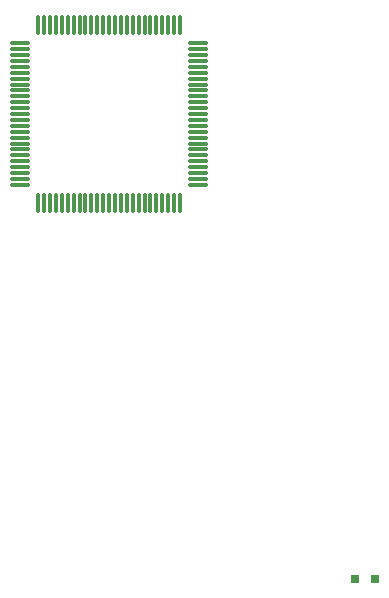
<source format=gtp>
G04*
G04 #@! TF.GenerationSoftware,Altium Limited,Altium Designer,18.1.6 (161)*
G04*
G04 Layer_Color=8421504*
%FSLAX25Y25*%
%MOIN*%
G70*
G01*
G75*
%ADD10R,0.03150X0.03150*%
%ADD11O,0.07087X0.01181*%
%ADD12O,0.01181X0.07087*%
D10*
X170102Y11500D02*
D03*
X176598D02*
D03*
D11*
X58276Y190122D02*
D03*
Y188154D02*
D03*
Y186185D02*
D03*
Y184217D02*
D03*
Y182248D02*
D03*
Y180280D02*
D03*
Y178311D02*
D03*
Y176343D02*
D03*
Y174374D02*
D03*
Y172406D02*
D03*
Y170437D02*
D03*
Y168469D02*
D03*
Y166500D02*
D03*
Y164532D02*
D03*
Y162563D02*
D03*
Y160594D02*
D03*
Y158626D02*
D03*
Y156657D02*
D03*
Y154689D02*
D03*
Y152720D02*
D03*
Y150752D02*
D03*
Y148783D02*
D03*
Y146815D02*
D03*
Y144846D02*
D03*
Y142878D02*
D03*
X117724D02*
D03*
Y144846D02*
D03*
Y146815D02*
D03*
Y148783D02*
D03*
Y150752D02*
D03*
Y152720D02*
D03*
Y154689D02*
D03*
Y156657D02*
D03*
Y158626D02*
D03*
Y160594D02*
D03*
Y162563D02*
D03*
Y164532D02*
D03*
Y166500D02*
D03*
Y168469D02*
D03*
Y170437D02*
D03*
Y172406D02*
D03*
Y174374D02*
D03*
Y176343D02*
D03*
Y178311D02*
D03*
Y180280D02*
D03*
Y182248D02*
D03*
Y184217D02*
D03*
Y186185D02*
D03*
Y188154D02*
D03*
Y190122D02*
D03*
D12*
X64378Y136776D02*
D03*
X66346D02*
D03*
X68315D02*
D03*
X70283D02*
D03*
X72252D02*
D03*
X74220D02*
D03*
X76189D02*
D03*
X78157D02*
D03*
X80126D02*
D03*
X82094D02*
D03*
X84063D02*
D03*
X86032D02*
D03*
X88000D02*
D03*
X89969D02*
D03*
X91937D02*
D03*
X93906D02*
D03*
X95874D02*
D03*
X97843D02*
D03*
X99811D02*
D03*
X101780D02*
D03*
X103748D02*
D03*
X105717D02*
D03*
X107685D02*
D03*
X109654D02*
D03*
X111622D02*
D03*
Y196224D02*
D03*
X109654D02*
D03*
X107685D02*
D03*
X105717D02*
D03*
X103748D02*
D03*
X101780D02*
D03*
X99811D02*
D03*
X97843D02*
D03*
X95874D02*
D03*
X93906D02*
D03*
X91937D02*
D03*
X89969D02*
D03*
X88000D02*
D03*
X86032D02*
D03*
X84063D02*
D03*
X82094D02*
D03*
X80126D02*
D03*
X78157D02*
D03*
X76189D02*
D03*
X74220D02*
D03*
X72252D02*
D03*
X70283D02*
D03*
X68315D02*
D03*
X66346D02*
D03*
X64378D02*
D03*
M02*

</source>
